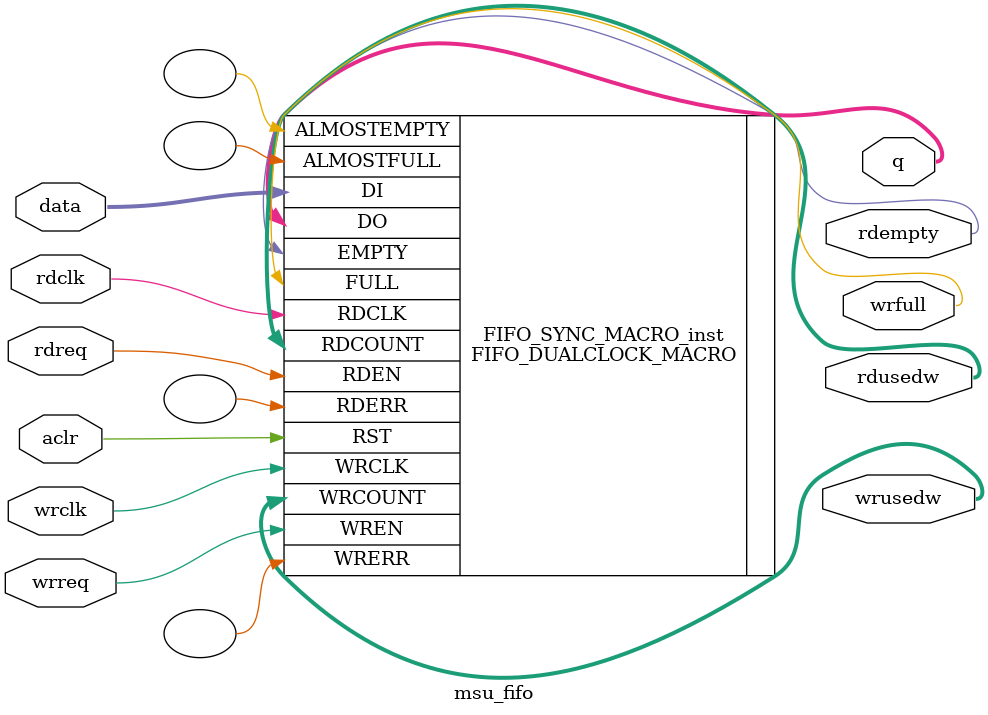
<source format=v>

module msu_fifo #(parameter WIDTH=32, DEPTH=10)
(
	input	             aclr,

	input	             wrclk,
	input	             wrreq,
	input	 [WIDTH-1:0] data,
	output             wrfull,
	output [DEPTH-1:0] wrusedw,

	input	             rdclk,
	input	             rdreq,
	output [WIDTH-1:0] q,
	output             rdempty,
	output [DEPTH-1:0] rdusedw
);

FIFO_DUALCLOCK_MACRO  #(
    .DEVICE("7SERIES"),           // Target Device: "7SERIES" 
    .ALMOST_EMPTY_OFFSET(9'h080), // Sets the almost empty threshold
    .ALMOST_FULL_OFFSET(9'h080),  // Sets almost full threshold
    .DATA_WIDTH(WIDTH),           // Valid values are 1-72 (37-72 only valid when FIFO_SIZE="36Kb")
    .FIFO_SIZE ("18Kb"),           // Target BRAM: "18Kb" or "36Kb" 
    .FIRST_WORD_FALL_THROUGH ("TRUE") // Sets the FIFO FWFT to "TRUE" or "FALSE" 
 ) FIFO_SYNC_MACRO_inst (
    .ALMOSTEMPTY(),               // 1-bit output almost empty
    .ALMOSTFULL(),                // 1-bit output almost full
    .DO(q),                       // Output data, width defined by DATA_WIDTH parameter
    .EMPTY(rdempty),              // 1-bit output empty
    .FULL(wrfull),                // 1-bit output full
    .RDCOUNT(rdusedw),            // Output read count, width determined by FIFO depth
    .RDERR(),                     // 1-bit output read error
    .WRCOUNT(wrusedw),            // Output write count, width determined by FIFO depth
    .WRERR(),                     // 1-bit output write error
    .WRCLK(wrclk),                // 1-bit input write clock
    .RDCLK(rdclk),                // 1-bit input read clock
    .DI(data),                    // Input data, width defined by DATA_WIDTH parameter
    .RDEN(rdreq),                 // 1-bit input read enable
    .RST(aclr),                   // 1-bit input reset
    .WREN(wrreq)                  // 1-bit input write enable
  );

endmodule

</source>
